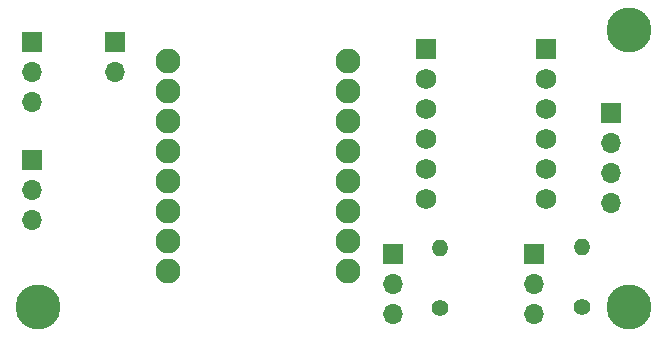
<source format=gbr>
%TF.GenerationSoftware,KiCad,Pcbnew,8.0.4*%
%TF.CreationDate,2024-09-06T18:43:01+02:00*%
%TF.ProjectId,Kokpit Final,4b6f6b70-6974-4204-9669-6e616c2e6b69,rev?*%
%TF.SameCoordinates,Original*%
%TF.FileFunction,Soldermask,Top*%
%TF.FilePolarity,Negative*%
%FSLAX46Y46*%
G04 Gerber Fmt 4.6, Leading zero omitted, Abs format (unit mm)*
G04 Created by KiCad (PCBNEW 8.0.4) date 2024-09-06 18:43:01*
%MOMM*%
%LPD*%
G01*
G04 APERTURE LIST*
G04 Aperture macros list*
%AMRoundRect*
0 Rectangle with rounded corners*
0 $1 Rounding radius*
0 $2 $3 $4 $5 $6 $7 $8 $9 X,Y pos of 4 corners*
0 Add a 4 corners polygon primitive as box body*
4,1,4,$2,$3,$4,$5,$6,$7,$8,$9,$2,$3,0*
0 Add four circle primitives for the rounded corners*
1,1,$1+$1,$2,$3*
1,1,$1+$1,$4,$5*
1,1,$1+$1,$6,$7*
1,1,$1+$1,$8,$9*
0 Add four rect primitives between the rounded corners*
20,1,$1+$1,$2,$3,$4,$5,0*
20,1,$1+$1,$4,$5,$6,$7,0*
20,1,$1+$1,$6,$7,$8,$9,0*
20,1,$1+$1,$8,$9,$2,$3,0*%
G04 Aperture macros list end*
%ADD10C,3.800000*%
%ADD11R,1.700000X1.700000*%
%ADD12O,1.700000X1.700000*%
%ADD13C,1.400000*%
%ADD14O,1.400000X1.400000*%
%ADD15C,2.109000*%
%ADD16C,1.728000*%
%ADD17RoundRect,0.102000X-0.762000X-0.762000X0.762000X-0.762000X0.762000X0.762000X-0.762000X0.762000X0*%
G04 APERTURE END LIST*
D10*
%TO.C,\u015Bruba*%
X41500000Y-48500000D03*
%TD*%
%TO.C,\u015Bruba*%
X91500000Y-25000000D03*
%TD*%
%TO.C,\u015Bruba*%
X91500000Y-48500000D03*
%TD*%
D11*
%TO.C,Kuf. lewy*%
X41000000Y-26000000D03*
D12*
X41000000Y-28540000D03*
X41000000Y-31080000D03*
%TD*%
D11*
%TO.C,Zasilanie*%
X48000000Y-26000000D03*
D12*
X48000000Y-28540000D03*
%TD*%
D11*
%TO.C,Kuf. prawy*%
X41000000Y-36000000D03*
D12*
X41000000Y-38540000D03*
X41000000Y-41080000D03*
%TD*%
D11*
%TO.C,Temp. wew.*%
X83500000Y-43960000D03*
D12*
X83500000Y-46500000D03*
X83500000Y-49040000D03*
%TD*%
D11*
%TO.C,Temp. zew.*%
X71500000Y-44000000D03*
D12*
X71500000Y-46540000D03*
X71500000Y-49080000D03*
%TD*%
D13*
%TO.C,4\u002C7 kOhm*%
X87500000Y-48500000D03*
D14*
X87500000Y-43420000D03*
%TD*%
D13*
%TO.C,4\u002C7 kOhm*%
X75500000Y-48580000D03*
D14*
X75500000Y-43500000D03*
%TD*%
D11*
%TO.C,LCD*%
X90000000Y-32000000D03*
D12*
X90000000Y-34540000D03*
X90000000Y-37080000D03*
X90000000Y-39620000D03*
%TD*%
D15*
%TO.C,ESP32-C3 Super Mini*%
X52450000Y-27650000D03*
X52450000Y-30190000D03*
X52450000Y-32730000D03*
X52450000Y-35270000D03*
X52450000Y-37810000D03*
X52450000Y-40350000D03*
X52450000Y-42890000D03*
X52450000Y-45430000D03*
X67690000Y-45430000D03*
X67690000Y-42890000D03*
X67690000Y-40350000D03*
X67690000Y-37810000D03*
X67690000Y-35270000D03*
X67690000Y-32730000D03*
X67690000Y-30190000D03*
X67690000Y-27650000D03*
%TD*%
D16*
%TO.C,4 kan. konwerter*%
X84500000Y-34195000D03*
X74340000Y-34195000D03*
X84500000Y-31655000D03*
D17*
X84500000Y-26575000D03*
D16*
X84500000Y-29115000D03*
X84500000Y-36735000D03*
X84500000Y-39275000D03*
X74340000Y-31655000D03*
D17*
X74340000Y-26575000D03*
D16*
X74340000Y-29115000D03*
X74340000Y-36735000D03*
X74340000Y-39275000D03*
%TD*%
M02*

</source>
